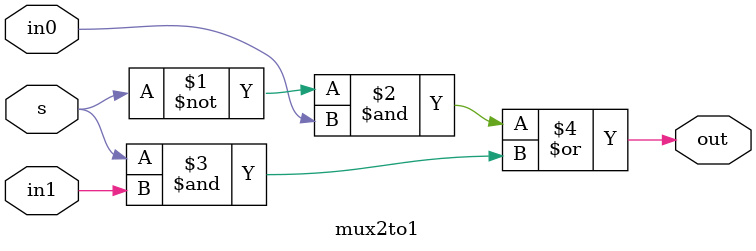
<source format=v>
module mux2to1 (in0, in1, s, out);

input in0,in1, s;
output out;

assign out = (~s&in0)|(s&in1);

endmodule
</source>
